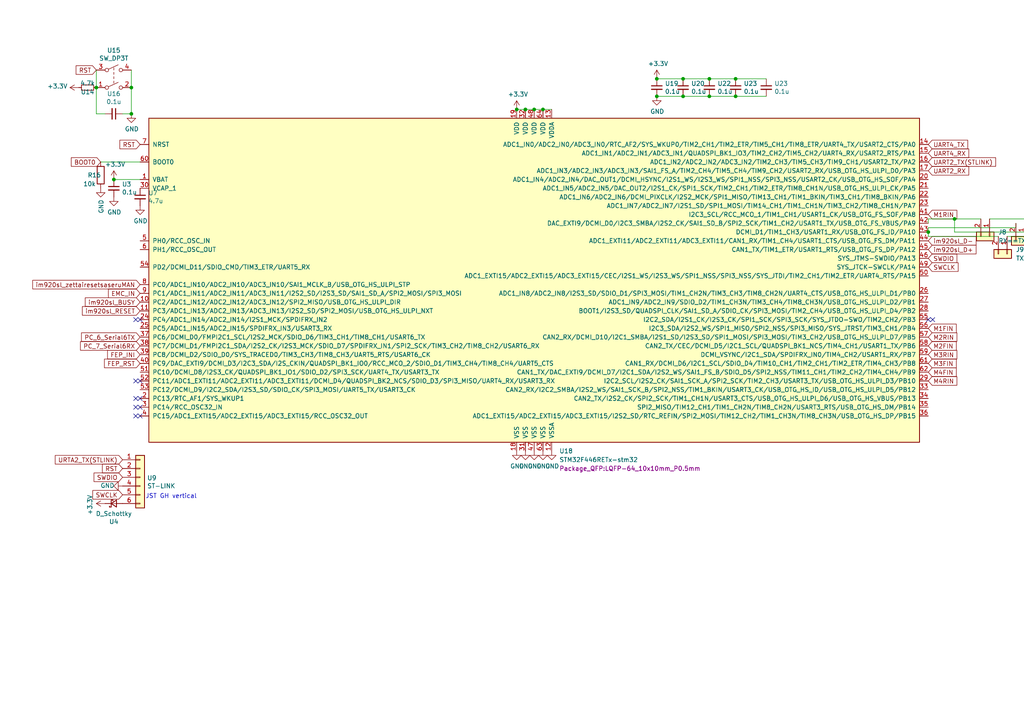
<source format=kicad_sch>
(kicad_sch (version 20230121) (generator eeschema)
  (paper "A4")
  (lib_symbols
    (symbol "Connector_Generic:Conn_01x02" (pin_names (offset 1.016) hide)
      (property "Reference" "J" (at 0 2.54 0))
      (property "Value" "Conn_01x02" (at 0 -5.08 0))
      (symbol "Conn_01x02_1_1"
        (rectangle (start -1.27 -2.413) (end 0 -2.667) (stroke (width 0.1524)))
        (rectangle (start -1.27 0.127) (end 0 -0.127) (stroke (width 0.1524)))
        (rectangle (start -1.27 1.27) (end 1.27 -3.81) (stroke (width 0.254)) (fill (type background)))
        (pin passive line (at -5.08 0 0) (length 3.81) (name "Pin_1") (number "1"))
        (pin passive line (at -5.08 -2.54 0) (length 3.81) (name "Pin_2") (number "2"))
      )
    )
    (symbol "Connector_Generic:Conn_01x06" (pin_names (offset 1.016) hide)
      (property "Reference" "J" (at 0 7.62 0))
      (property "Value" "Conn_01x06" (at 0 -10.16 0))
      (symbol "Conn_01x06_1_1"
        (rectangle (start -1.27 -7.493) (end 0 -7.747) (stroke (width 0.1524)))
        (rectangle (start -1.27 -4.953) (end 0 -5.207) (stroke (width 0.1524)))
        (rectangle (start -1.27 -2.413) (end 0 -2.667) (stroke (width 0.1524)))
        (rectangle (start -1.27 0.127) (end 0 -0.127) (stroke (width 0.1524)))
        (rectangle (start -1.27 2.667) (end 0 2.413) (stroke (width 0.1524)))
        (rectangle (start -1.27 5.207) (end 0 4.953) (stroke (width 0.1524)))
        (rectangle (start -1.27 6.35) (end 1.27 -8.89) (stroke (width 0.254)) (fill (type background)))
        (pin passive line (at -5.08 5.08 0) (length 3.81) (name "Pin_1") (number "1"))
        (pin passive line (at -5.08 2.54 0) (length 3.81) (name "Pin_2") (number "2"))
        (pin passive line (at -5.08 0 0) (length 3.81) (name "Pin_3") (number "3"))
        (pin passive line (at -5.08 -2.54 0) (length 3.81) (name "Pin_4") (number "4"))
        (pin passive line (at -5.08 -5.08 0) (length 3.81) (name "Pin_5") (number "5"))
        (pin passive line (at -5.08 -7.62 0) (length 3.81) (name "Pin_6") (number "6"))
      )
    )
    (symbol "Device:C_Small" (pin_numbers hide) (pin_names (offset 0.254) hide)
      (property "Reference" "C" (at 0.254 1.778 0))
      (property "Value" "C_Small" (at 0.254 -2.032 0))
      (symbol "C_Small_0_1"
        (polyline (pts (xy -1.524 -0.508) (xy 1.524 -0.508)) (stroke (width 0.3302)))
        (polyline (pts (xy -1.524 0.508) (xy 1.524 0.508)) (stroke (width 0.3048)))
      )
      (symbol "C_Small_1_1"
        (pin passive line (at 0 2.54 270) (length 2.032) (name "~") (number "1"))
        (pin passive line (at 0 -2.54 90) (length 2.032) (name "~") (number "2"))
      )
    )
    (symbol "Device:D_Schottky_Small" (pin_numbers hide) (pin_names (offset 0.254) hide)
      (property "Reference" "D" (at -1.27 2.032 0))
      (property "Value" "D_Schottky_Small" (at -7.112 -2.032 0))
      (symbol "D_Schottky_Small_0_1"
        (polyline (pts (xy -0.762 0) (xy 0.762 0)))
        (polyline (pts (xy 0.762 -1.016) (xy -0.762 0) (xy 0.762 1.016) (xy 0.762 -1.016)) (stroke (width 0.254)))
        (polyline (pts (xy -1.27 0.762) (xy -1.27 1.016) (xy -0.762 1.016) (xy -0.762 -1.016) (xy -0.254 -1.016) (xy -0.254 -0.762)) (stroke (width 0.254)))
      )
      (symbol "D_Schottky_Small_1_1"
        (pin passive line (at -2.54 0 0) (length 1.778) (name "K") (number "1"))
        (pin passive line (at 2.54 0 180) (length 1.778) (name "A") (number "2"))
      )
    )
    (symbol "Device:R" (pin_numbers hide) (pin_names (offset 0))
      (property "Reference" "R" (at 2.032 0 90))
      (property "Value" "R" (at 0 0 90))
      (symbol "R_0_1"
        (rectangle (start -1.016 -2.54) (end 1.016 2.54) (stroke (width 0.254)))
      )
      (symbol "R_1_1"
        (pin passive line (at 0 3.81 270) (length 1.27) (name "~") (number "1"))
        (pin passive line (at 0 -3.81 90) (length 1.27) (name "~") (number "2"))
      )
    )
    (symbol "Device:R_Small" (pin_numbers hide) (pin_names (offset 0.254) hide)
      (property "Reference" "R" (at 0.762 0.508 0))
      (property "Value" "R_Small" (at 0.762 -1.016 0))
      (symbol "R_Small_0_1"
        (rectangle (start -0.762 1.778) (end 0.762 -1.778) (stroke (width 0.2032)))
      )
      (symbol "R_Small_1_1"
        (pin passive line (at 0 2.54 270) (length 0.762) (name "~") (number "1"))
        (pin passive line (at 0 -2.54 90) (length 0.762) (name "~") (number "2"))
      )
    )
    (symbol "Switch:SW_DPST" (pin_names (offset 0) hide)
      (property "Reference" "SW" (at 0 5.08 0))
      (property "Value" "SW_DPST" (at 0 -5.08 0))
      (symbol "SW_DPST_0_0"
        (circle (center -2.032 -2.54) (radius 0.508))
        (circle (center -2.032 2.54) (radius 0.508))
        (polyline (pts (xy -1.524 -2.286) (xy 1.27 -1.016)))
        (polyline (pts (xy -1.524 2.794) (xy 1.27 4.064)))
        (polyline (pts (xy 0 -1.27) (xy 0 -0.635)))
        (polyline (pts (xy 0 0) (xy 0 0.635)))
        (polyline (pts (xy 0 1.27) (xy 0 1.905)))
        (polyline (pts (xy 0 2.54) (xy 0 3.175)))
        (circle (center 2.032 -2.54) (radius 0.508))
        (circle (center 2.032 2.54) (radius 0.508))
      )
      (symbol "SW_DPST_1_1"
        (pin passive line (at -5.08 -2.54 0) (length 2.54) (name "1") (number "1"))
        (pin passive line (at 5.08 -2.54 180) (length 2.54) (name "2") (number "2"))
        (pin passive line (at -5.08 2.54 0) (length 2.54) (name "3") (number "3"))
        (pin passive line (at 5.08 2.54 180) (length 2.54) (name "4") (number "4"))
      )
    )
    (symbol "Symbol_nishi:STM32F446RETx-stm32" (pin_names (offset 1.016))
      (property "Reference" "U" (at -111.76 48.895 0))
      (property "Value" "STM32F446RETx-stm32" (at 111.76 48.895 0))
      (property "Footprint" "LQFP64" (at 111.76 47.625 0))
      (symbol "STM32F446RETx-stm32_0_1"
        (rectangle (start -111.76 -45.72) (end 111.76 48.26) (stroke (width 0.254)) (fill (type background)))
      )
      (symbol "STM32F446RETx-stm32_1_1"
        (pin power_in line (at -114.3 30.48 0) (length 2.54) (name "VBAT") (number "1"))
        (pin bidirectional line (at -114.3 -5.08 0) (length 2.54) (name "PC2/ADC1_IN12/ADC2_IN12/ADC3_IN12/SPI2_MISO/USB_OTG_HS_ULPI_DIR") (number "10"))
        (pin bidirectional line (at -114.3 -7.62 0) (length 2.54) (name "PC3/ADC1_IN13/ADC2_IN13/ADC3_IN13/I2S2_SD/SPI2_MOSI/USB_OTG_HS_ULPI_NXT") (number "11"))
        (pin power_in line (at 5.08 -48.26 90) (length 2.54) (name "VSSA") (number "12"))
        (pin power_in line (at 5.08 50.8 270) (length 2.54) (name "VDDA") (number "13"))
        (pin bidirectional line (at 114.3 40.64 180) (length 2.54) (name "ADC1_IN0/ADC2_IN0/ADC3_IN0/RTC_AF2/SYS_WKUP0/TIM2_CH1/TIM2_ETR/TIM5_CH1/TIM8_ETR/UART4_TX/USART2_CTS/PA0") (number "14"))
        (pin bidirectional line (at 114.3 38.1 180) (length 2.54) (name "ADC1_IN1/ADC2_IN1/ADC3_IN1/QUADSPI_BK1_IO3/TIM2_CH2/TIM5_CH2/UART4_RX/USART2_RTS/PA1") (number "15"))
        (pin bidirectional line (at 114.3 35.56 180) (length 2.54) (name "ADC1_IN2/ADC2_IN2/ADC3_IN2/TIM2_CH3/TIM5_CH3/TIM9_CH1/USART2_TX/PA2") (number "16"))
        (pin bidirectional line (at 114.3 33.02 180) (length 2.54) (name "ADC1_IN3/ADC2_IN3/ADC3_IN3/SAI1_FS_A/TIM2_CH4/TIM5_CH4/TIM9_CH2/USART2_RX/USB_OTG_HS_ULPI_D0/PA3") (number "17"))
        (pin power_in line (at -5.08 -48.26 90) (length 2.54) (name "VSS") (number "18"))
        (pin power_in line (at -5.08 50.8 270) (length 2.54) (name "VDD") (number "19"))
        (pin bidirectional line (at -114.3 -33.02 0) (length 2.54) (name "PC13/RTC_AF1/SYS_WKUP1") (number "2"))
        (pin bidirectional line (at 114.3 30.48 180) (length 2.54) (name "ADC1_IN4/ADC2_IN4/DAC_OUT1/DCMI_HSYNC/I2S1_WS/I2S3_WS/SPI1_NSS/SPI3_NSS/USART2_CK/USB_OTG_HS_SOF/PA4") (number "20"))
        (pin bidirectional line (at 114.3 27.94 180) (length 2.54) (name "ADC1_IN5/ADC2_IN5/DAC_OUT2/I2S1_CK/SPI1_SCK/TIM2_CH1/TIM2_ETR/TIM8_CH1N/USB_OTG_HS_ULPI_CK/PA5") (number "21"))
        (pin bidirectional line (at 114.3 25.4 180) (length 2.54) (name "ADC1_IN6/ADC2_IN6/DCMI_PIXCLK/I2S2_MCK/SPI1_MISO/TIM13_CH1/TIM1_BKIN/TIM3_CH1/TIM8_BKIN/PA6") (number "22"))
        (pin bidirectional line (at 114.3 22.86 180) (length 2.54) (name "ADC1_IN7/ADC2_IN7/I2S1_SD/SPI1_MOSI/TIM14_CH1/TIM1_CH1N/TIM3_CH2/TIM8_CH1N/PA7") (number "23"))
        (pin bidirectional line (at -114.3 -10.16 0) (length 2.54) (name "PC4/ADC1_IN14/ADC2_IN14/I2S1_MCK/SPDIFRX_IN2") (number "24"))
        (pin bidirectional line (at -114.3 -12.7 0) (length 2.54) (name "PC5/ADC1_IN15/ADC2_IN15/SPDIFRX_IN3/USART3_RX") (number "25"))
        (pin bidirectional line (at 114.3 -2.54 180) (length 2.54) (name "ADC1_IN8/ADC2_IN8/I2S3_SD/SDIO_D1/SPI3_MOSI/TIM1_CH2N/TIM3_CH3/TIM8_CH2N/UART4_CTS/USB_OTG_HS_ULPI_D1/PB0") (number "26"))
        (pin bidirectional line (at 114.3 -5.08 180) (length 2.54) (name "ADC1_IN9/ADC2_IN9/SDIO_D2/TIM1_CH3N/TIM3_CH4/TIM8_CH3N/USB_OTG_HS_ULPI_D2/PB1") (number "27"))
        (pin bidirectional line (at 114.3 -7.62 180) (length 2.54) (name "BOOT1/I2S3_SD/QUADSPI_CLK/SAI1_SD_A/SDIO_CK/SPI3_MOSI/TIM2_CH4/USB_OTG_HS_ULPI_D4/PB2") (number "28"))
        (pin bidirectional line (at 114.3 -27.94 180) (length 2.54) (name "I2C2_SCL/I2S2_CK/SAI1_SCK_A/SPI2_SCK/TIM2_CH3/USART3_TX/USB_OTG_HS_ULPI_D3/PB10") (number "29"))
        (pin bidirectional line (at -114.3 -35.56 0) (length 2.54) (name "PC14/RCC_OSC32_IN") (number "3"))
        (pin power_in line (at -114.3 27.94 0) (length 2.54) (name "VCAP_1") (number "30"))
        (pin power_in line (at -2.54 -48.26 90) (length 2.54) (name "VSS") (number "31"))
        (pin power_in line (at -2.54 50.8 270) (length 2.54) (name "VDD") (number "32"))
        (pin bidirectional line (at 114.3 -30.48 180) (length 2.54) (name "CAN2_RX/I2C2_SMBA/I2S2_WS/SAI1_SCK_B/SPI2_NSS/TIM1_BKIN/USART3_CK/USB_OTG_HS_ID/USB_OTG_HS_ULPI_D5/PB12") (number "33"))
        (pin bidirectional line (at 114.3 -33.02 180) (length 2.54) (name "CAN2_TX/I2S2_CK/SPI2_SCK/TIM1_CH1N/USART3_CTS/USB_OTG_HS_ULPI_D6/USB_OTG_HS_VBUS/PB13") (number "34"))
        (pin bidirectional line (at 114.3 -35.56 180) (length 2.54) (name "SPI2_MISO/TIM12_CH1/TIM1_CH2N/TIM8_CH2N/USART3_RTS/USB_OTG_HS_DM/PB14") (number "35"))
        (pin bidirectional line (at 114.3 -38.1 180) (length 2.54) (name "ADC1_EXTI15/ADC2_EXTI15/ADC3_EXTI15/I2S2_SD/RTC_REFIN/SPI2_MOSI/TIM12_CH2/TIM1_CH3N/TIM8_CH3N/USB_OTG_HS_DP/PB15") (number "36"))
        (pin bidirectional line (at -114.3 -15.24 0) (length 2.54) (name "PC6/DCMI_D0/FMPI2C1_SCL/I2S2_MCK/SDIO_D6/TIM3_CH1/TIM8_CH1/USART6_TX") (number "37"))
        (pin bidirectional line (at -114.3 -17.78 0) (length 2.54) (name "PC7/DCMI_D1/FMPI2C1_SDA/I2S2_CK/I2S3_MCK/SDIO_D7/SPDIFRX_IN1/SPI2_SCK/TIM3_CH2/TIM8_CH2/USART6_RX") (number "38"))
        (pin bidirectional line (at -114.3 -20.32 0) (length 2.54) (name "PC8/DCMI_D2/SDIO_D0/SYS_TRACED0/TIM3_CH3/TIM8_CH3/UART5_RTS/USART6_CK") (number "39"))
        (pin bidirectional line (at -114.3 -38.1 0) (length 2.54) (name "PC15/ADC1_EXTI15/ADC2_EXTI15/ADC3_EXTI15/RCC_OSC32_OUT") (number "4"))
        (pin bidirectional line (at -114.3 -22.86 0) (length 2.54) (name "PC9/DAC_EXTI9/DCMI_D3/I2C3_SDA/I2S_CKIN/QUADSPI_BK1_IO0/RCC_MCO_2/SDIO_D1/TIM3_CH4/TIM8_CH4/UART5_CTS") (number "40"))
        (pin bidirectional line (at 114.3 20.32 180) (length 2.54) (name "I2C3_SCL/RCC_MCO_1/TIM1_CH1/USART1_CK/USB_OTG_FS_SOF/PA8") (number "41"))
        (pin bidirectional line (at 114.3 17.78 180) (length 2.54) (name "DAC_EXTI9/DCMI_D0/I2C3_SMBA/I2S2_CK/SAI1_SD_B/SPI2_SCK/TIM1_CH2/USART1_TX/USB_OTG_FS_VBUS/PA9") (number "42"))
        (pin bidirectional line (at 114.3 15.24 180) (length 2.54) (name "DCMI_D1/TIM1_CH3/USART1_RX/USB_OTG_FS_ID/PA10") (number "43"))
        (pin bidirectional line (at 114.3 12.7 180) (length 2.54) (name "ADC1_EXTI11/ADC2_EXTI11/ADC3_EXTI11/CAN1_RX/TIM1_CH4/USART1_CTS/USB_OTG_FS_DM/PA11") (number "44"))
        (pin bidirectional line (at 114.3 10.16 180) (length 2.54) (name "CAN1_TX/TIM1_ETR/USART1_RTS/USB_OTG_FS_DP/PA12") (number "45"))
        (pin bidirectional line (at 114.3 7.62 180) (length 2.54) (name "SYS_JTMS-SWDIO/PA13") (number "46"))
        (pin power_in line (at 0 -48.26 90) (length 2.54) (name "VSS") (number "47"))
        (pin power_in line (at 0 50.8 270) (length 2.54) (name "VDD") (number "48"))
        (pin bidirectional line (at 114.3 5.08 180) (length 2.54) (name "SYS_JTCK-SWCLK/PA14") (number "49"))
        (pin input line (at -114.3 12.7 0) (length 2.54) (name "PH0/RCC_OSC_IN") (number "5"))
        (pin bidirectional line (at 114.3 2.54 180) (length 2.54) (name "ADC1_EXTI15/ADC2_EXTI15/ADC3_EXTI15/CEC/I2S1_WS/I2S3_WS/SPI1_NSS/SPI3_NSS/SYS_JTDI/TIM2_CH1/TIM2_ETR/UART4_RTS/PA15") (number "50"))
        (pin bidirectional line (at -114.3 -25.4 0) (length 2.54) (name "PC10/DCMI_D8/I2S3_CK/QUADSPI_BK1_IO1/SDIO_D2/SPI3_SCK/UART4_TX/USART3_TX") (number "51"))
        (pin bidirectional line (at -114.3 -27.94 0) (length 2.54) (name "PC11/ADC1_EXTI11/ADC2_EXTI11/ADC3_EXTI11/DCMI_D4/QUADSPI_BK2_NCS/SDIO_D3/SPI3_MISO/UART4_RX/USART3_RX") (number "52"))
        (pin bidirectional line (at -114.3 -30.48 0) (length 2.54) (name "PC12/DCMI_D9/I2C2_SDA/I2S3_SD/SDIO_CK/SPI3_MOSI/UART5_TX/USART3_CK") (number "53"))
        (pin bidirectional line (at -114.3 5.08 0) (length 2.54) (name "PD2/DCMI_D11/SDIO_CMD/TIM3_ETR/UART5_RX") (number "54"))
        (pin bidirectional line (at 114.3 -10.16 180) (length 2.54) (name "I2C2_SDA/I2S1_CK/I2S3_CK/SPI1_SCK/SPI3_SCK/SYS_JTDO-SWO/TIM2_CH2/PB3") (number "55"))
        (pin bidirectional line (at 114.3 -12.7 180) (length 2.54) (name "I2C3_SDA/I2S2_WS/SPI1_MISO/SPI2_NSS/SPI3_MISO/SYS_JTRST/TIM3_CH1/PB4") (number "56"))
        (pin bidirectional line (at 114.3 -15.24 180) (length 2.54) (name "CAN2_RX/DCMI_D10/I2C1_SMBA/I2S1_SD/I2S3_SD/SPI1_MOSI/SPI3_MOSI/TIM3_CH2/USB_OTG_HS_ULPI_D7/PB5") (number "57"))
        (pin bidirectional line (at 114.3 -17.78 180) (length 2.54) (name "CAN2_TX/CEC/DCMI_D5/I2C1_SCL/QUADSPI_BK1_NCS/TIM4_CH1/USART1_TX/PB6") (number "58"))
        (pin bidirectional line (at 114.3 -20.32 180) (length 2.54) (name "DCMI_VSYNC/I2C1_SDA/SPDIFRX_IN0/TIM4_CH2/USART1_RX/PB7") (number "59"))
        (pin input line (at -114.3 10.16 0) (length 2.54) (name "PH1/RCC_OSC_OUT") (number "6"))
        (pin input line (at -114.3 35.56 0) (length 2.54) (name "BOOT0") (number "60"))
        (pin bidirectional line (at 114.3 -22.86 180) (length 2.54) (name "CAN1_RX/DCMI_D6/I2C1_SCL/SDIO_D4/TIM10_CH1/TIM2_CH1/TIM2_ETR/TIM4_CH3/PB8") (number "61"))
        (pin bidirectional line (at 114.3 -25.4 180) (length 2.54) (name "CAN1_TX/DAC_EXTI9/DCMI_D7/I2C1_SDA/I2S2_WS/SAI1_FS_B/SDIO_D5/SPI2_NSS/TIM11_CH1/TIM2_CH2/TIM4_CH4/PB9") (number "62"))
        (pin power_in line (at 2.54 -48.26 90) (length 2.54) (name "VSS") (number "63"))
        (pin power_in line (at 2.54 50.8 270) (length 2.54) (name "VDD") (number "64"))
        (pin input line (at -114.3 40.64 0) (length 2.54) (name "NRST") (number "7"))
        (pin bidirectional line (at -114.3 0 0) (length 2.54) (name "PC0/ADC1_IN10/ADC2_IN10/ADC3_IN10/SAI1_MCLK_B/USB_OTG_HS_ULPI_STP") (number "8"))
        (pin bidirectional line (at -114.3 -2.54 0) (length 2.54) (name "PC1/ADC1_IN11/ADC2_IN11/ADC3_IN11/I2S2_SD/I2S3_SD/SAI1_SD_A/SPI2_MOSI/SPI3_MOSI") (number "9"))
      )
    )
    (symbol "power:+3.3V" (power) (pin_names (offset 0))
      (property "Value" "+3.3V" (at 0 3.556 0))
      (symbol "+3.3V_0_1"
        (polyline (pts (xy -0.762 1.27) (xy 0 2.54)))
        (polyline (pts (xy 0 0) (xy 0 2.54)))
        (polyline (pts (xy 0 2.54) (xy 0.762 1.27)))
      )
      (symbol "+3.3V_1_1"
        (pin power_in line (at 0 0 90) (length 0) hide (name "+3.3V") (number "1"))
      )
    )
    (symbol "power:GND" (power) (pin_names (offset 0))
      (property "Value" "GND" (at 0 -3.81 0))
      (symbol "GND_0_1"
        (polyline (pts (xy 0 0) (xy 0 -1.27) (xy 1.27 -1.27) (xy 0 -2.54) (xy -1.27 -1.27) (xy 0 -1.27)))
      )
      (symbol "GND_1_1"
        (pin power_in line (at 0 0 270) (length 0) hide (name "GND") (number "1"))
      )
    )
  )
  (junction (at 27.94 25.4))
  (junction (at 157.48 31.75))
  (junction (at 276.86 63.5))
  (junction (at 190.5 22.86))
  (junction (at 198.12 27.94))
  (junction (at 198.12 22.86))
  (junction (at 38.1 25.4))
  (junction (at 190.5 27.94))
  (junction (at 152.4 31.75))
  (junction (at 205.74 22.86))
  (junction (at 33.02 52.07))
  (junction (at 149.86 31.75))
  (junction (at 269.24 67.31))
  (junction (at 205.74 27.94))
  (junction (at 38.1 33.02))
  (junction (at 213.36 22.86))
  (junction (at 154.94 31.75))
  (junction (at 213.36 27.94))
  (no_connect (at 40.64 118.11))
  (no_connect (at 39.37 120.65))
  (no_connect (at 270.51 92.71))
  (no_connect (at 39.37 110.49))
  (no_connect (at 39.37 92.71))
  (no_connect (at 40.64 115.57))
  (no_connect (at 40.64 92.71))
  (no_connect (at 40.64 110.49))
  (no_connect (at 39.37 115.57))
  (no_connect (at 40.64 120.65))
  (no_connect (at 269.24 92.71))
  (no_connect (at 39.37 118.11))
  (wire (pts (xy 284.48 63.5) (xy 276.86 63.5)))
  (wire (pts (xy 27.94 33.02) (xy 30.48 33.02)))
  (wire (pts (xy 38.1 33.02) (xy 35.56 33.02)))
  (wire (pts (xy 213.36 22.86) (xy 205.74 22.86)))
  (wire (pts (xy 269.24 63.5) (xy 276.86 63.5)))
  (wire (pts (xy 213.36 27.94) (xy 205.74 27.94)))
  (wire (pts (xy 213.36 27.94) (xy 222.25 27.94)))
  (wire (pts (xy 149.86 31.75) (xy 152.4 31.75)))
  (wire (pts (xy 38.1 25.4) (xy 38.1 33.02)))
  (wire (pts (xy 190.5 27.94) (xy 198.12 27.94)))
  (wire (pts (xy 302.26 64.77) (xy 302.26 63.5)))
  (wire (pts (xy 269.24 63.5) (xy 269.24 64.77)))
  (wire (pts (xy 198.12 22.86) (xy 205.74 22.86)))
  (wire (pts (xy 198.12 27.94) (xy 205.74 27.94)))
  (wire (pts (xy 276.86 67.31) (xy 299.72 67.31)))
  (wire (pts (xy 27.94 25.4) (xy 27.94 33.02)))
  (wire (pts (xy 269.24 68.58) (xy 269.24 67.31)))
  (wire (pts (xy 27.94 20.32) (xy 27.94 25.4)))
  (wire (pts (xy 269.24 68.58) (xy 289.56 68.58)))
  (wire (pts (xy 152.4 31.75) (xy 154.94 31.75)))
  (wire (pts (xy 292.1 68.58) (xy 302.26 68.58)))
  (wire (pts (xy 157.48 31.75) (xy 160.02 31.75)))
  (wire (pts (xy 294.64 66.04) (xy 269.24 66.04)))
  (wire (pts (xy 302.26 63.5) (xy 287.02 63.5)))
  (wire (pts (xy 40.64 52.07) (xy 33.02 52.07)))
  (wire (pts (xy 38.1 20.32) (xy 38.1 25.4)))
  (wire (pts (xy 276.86 63.5) (xy 276.86 67.31)))
  (wire (pts (xy 297.18 64.77) (xy 302.26 64.77)))
  (wire (pts (xy 213.36 22.86) (xy 222.25 22.86)))
  (wire (pts (xy 302.26 68.58) (xy 302.26 67.31)))
  (wire (pts (xy 269.24 66.04) (xy 269.24 67.31)))
  (wire (pts (xy 190.5 22.86) (xy 198.12 22.86)))
  (wire (pts (xy 154.94 31.75) (xy 157.48 31.75)))
  (wire (pts (xy 294.64 66.04) (xy 294.64 64.77)))
  (wire (pts (xy 29.21 46.99) (xy 40.64 46.99)))
  (text "JST GH vertical" (at 57.15 144.78 0) (effects (font (size 1.27 1.27)) (justify right bottom)))
  (global_label "M4FIN" (shape input) (at 269.24 107.95 0) (property "Intersheetrefs" "${INTERSHEET_REFS}" (effects hide)))
  (global_label "im920sl_BUSY" (shape input) (at 40.64 87.63 180) (property "Intersheetrefs" "${INTERSHEET_REFS}" (effects hide)))
  (global_label "RST" (shape input) (at 40.64 41.91 180) (property "Intersheetrefs" "${INTERSHEET_REFS}" (effects hide)))
  (global_label "UART2_RX" (shape input) (at 269.24 49.53 0) (property "Intersheetrefs" "${INTERSHEET_REFS}" (effects hide)))
  (global_label "UART2_TX(STLINK)" (shape input) (at 269.24 46.99 0) (property "Intersheetrefs" "${INTERSHEET_REFS}" (effects hide)))
  (global_label "UART4_TX" (shape input) (at 269.24 41.91 0) (property "Intersheetrefs" "${INTERSHEET_REFS}" (effects hide)))
  (global_label "M3RIN" (shape input) (at 269.24 102.87 0) (property "Intersheetrefs" "${INTERSHEET_REFS}" (effects hide)))
  (global_label "PC_6_Serial6TX" (shape input) (at 40.64 97.79 180) (property "Intersheetrefs" "${INTERSHEET_REFS}" (effects hide)) (property "シート間のリファレンス" "${INTERSHEET_REFS}" (effects hide)))
  (global_label "SWDIO" (shape input) (at 269.24 74.93 0) (property "Intersheetrefs" "${INTERSHEET_REFS}" (effects hide)))
  (global_label "M4RIN" (shape input) (at 269.24 110.49 0) (property "Intersheetrefs" "${INTERSHEET_REFS}" (effects hide)))
  (global_label "im920sl_D+" (shape input) (at 269.24 72.39 0) (property "Intersheetrefs" "${INTERSHEET_REFS}" (effects hide)))
  (global_label "RST" (shape input) (at 27.94 20.32 180) (property "Intersheetrefs" "${INTERSHEET_REFS}" (effects hide)))
  (global_label "M1RIN" (shape input) (at 269.24 62.23 0) (property "Intersheetrefs" "${INTERSHEET_REFS}" (effects hide)))
  (global_label "im920sl_RxD" (shape input) (at 302.26 64.77 0) (property "Intersheetrefs" "${INTERSHEET_REFS}" (effects hide)))
  (global_label "URTA2_TX(STLINK)" (shape input) (at 35.56 133.35 180) (property "Intersheetrefs" "${INTERSHEET_REFS}" (effects hide)))
  (global_label "FEP_RST" (shape input) (at 40.64 105.41 180) (property "Intersheetrefs" "${INTERSHEET_REFS}" (effects hide)))
  (global_label "SWCLK" (shape input) (at 269.24 77.47 0) (property "Intersheetrefs" "${INTERSHEET_REFS}" (effects hide)))
  (global_label "M1FIN" (shape input) (at 269.24 95.25 0) (property "Intersheetrefs" "${INTERSHEET_REFS}" (effects hide)))
  (global_label "M2RIN" (shape input) (at 269.24 97.79 0) (property "Intersheetrefs" "${INTERSHEET_REFS}" (effects hide)))
  (global_label "M3FIN" (shape input) (at 269.24 105.41 0) (property "Intersheetrefs" "${INTERSHEET_REFS}" (effects hide)))
  (global_label "im920sl_RESET" (shape input) (at 40.64 90.17 180) (property "Intersheetrefs" "${INTERSHEET_REFS}" (effects hide)))
  (global_label "UART4_RX" (shape input) (at 269.24 44.45 0) (property "Intersheetrefs" "${INTERSHEET_REFS}" (effects hide)))
  (global_label "SWDIO" (shape input) (at 35.56 138.43 180) (property "Intersheetrefs" "${INTERSHEET_REFS}" (effects hide)))
  (global_label "im920sl_D-" (shape input) (at 269.24 69.85 0) (property "Intersheetrefs" "${INTERSHEET_REFS}" (effects hide)))
  (global_label "FEP_INI" (shape input) (at 40.64 102.87 180) (property "Intersheetrefs" "${INTERSHEET_REFS}" (effects hide)))
  (global_label "im920sl_zettairesetsaseruMAN" (shape input) (at 40.64 82.55 180) (property "Intersheetrefs" "${INTERSHEET_REFS}" (effects hide)))
  (global_label "BOOT0" (shape input) (at 29.21 46.99 180) (property "Intersheetrefs" "${INTERSHEET_REFS}" (effects hide)))
  (global_label "PC_7_Serial6RX" (shape input) (at 40.64 100.33 180) (property "Intersheetrefs" "${INTERSHEET_REFS}" (effects hide)) (property "シート間のリファレンス" "${INTERSHEET_REFS}" (effects hide)))
  (global_label "RST" (shape input) (at 35.56 135.89 180) (property "Intersheetrefs" "${INTERSHEET_REFS}" (effects hide)))
  (global_label "SWCLK" (shape input) (at 35.56 143.51 180) (property "Intersheetrefs" "${INTERSHEET_REFS}" (effects hide)))
  (global_label "EMC_IN" (shape input) (at 40.64 85.09 180) (property "Intersheetrefs" "${INTERSHEET_REFS}" (effects hide)))
  (global_label "M2FIN" (shape input) (at 269.24 100.33 0) (property "Intersheetrefs" "${INTERSHEET_REFS}" (effects hide)))
  (global_label "im920sl_TxD" (shape input) (at 302.26 67.31 0) (property "Intersheetrefs" "${INTERSHEET_REFS}" (effects hide)))
  (symbol (lib_id "Switch:SW_DPST") (at 33.02 22.86 0) (unit 1)
    (property "Reference" "U15" (at 33.02 14.605 0))
    (property "Value" "SW_DP3T" (at 33.02 16.9164 0))
    (property "Footprint" "Footprint_nishi:tact_sw_smd_skrpabe10" (effects hide))
    (instances (project "YAMADAmain_ver2.0" (path "" (reference "U15") (unit 1)) (path "" (reference "U12") (unit 1))) (project "M3rd_main_board" (path "" (reference "U5") (unit 1)) (path "" (reference "U18") (unit 1))))
  )
  (symbol (lib_id "power:GND") (at 152.4 130.81 0) (unit 1)
    (property "Reference" "#PWR029" (effects hide))
    (property "Value" "GND" (at 152.527 135.2042 0))
    (instances (project "YAMADAmain_ver2.0" (path "" (reference "#PWR029") (unit 1)) (path "" (reference "#PWR035") (unit 1))) (project "M3rd_main_board" (path "" (reference "#PWR017") (unit 1)) (path "" (reference "#PWR053") (unit 1))))
  )
  (symbol (lib_id "power:+3.3V") (at 22.86 25.4 90) (unit 1)
    (property "Reference" "#PWR015" (effects hide))
    (property "Value" "+3.3V" (at 19.6088 25.019 90) (effects (justify left)))
    (instances (project "YAMADAmain_ver2.0" (path "" (reference "#PWR015") (unit 1)) (path "" (reference "#PWR026") (unit 1))) (project "M3rd_main_board" (path "" (reference "#PWR01") (unit 1)) (path "" (reference "#PWR047") (unit 1))))
  )
  (symbol (lib_id "power:+3.3V") (at 190.5 22.86 0) (unit 1)
    (property "Reference" "#PWR034" (effects hide))
    (property "Value" "+3.3V" (at 190.881 18.4658 0))
    (instances (project "YAMADAmain_ver2.0" (path "" (reference "#PWR034") (unit 1)) (path "" (reference "#PWR039") (unit 1))) (project "M3rd_main_board" (path "" (reference "#PWR025") (unit 1)) (path "" (reference "#PWR058") (unit 1))))
  )
  (symbol (lib_id "Device:C_Small") (at 213.36 25.4 0) (unit 1)
    (property "Reference" "U23" (at 215.6968 24.2316 0) (effects (justify left)))
    (property "Value" "0.1u" (at 215.6968 26.543 0) (effects (justify left)))
    (property "Footprint" "Footprint_nishi:C_0805_2012" (effects hide))
    (instances (project "YAMADAmain_ver2.0" (path "" (reference "U23") (unit 1)) (path "" (reference "U22") (unit 1))) (project "M3rd_main_board" (path "" (reference "U16") (unit 1)) (path "" (reference "U27") (unit 1))))
  )
  (symbol (lib_id "power:GND") (at 154.94 130.81 0) (unit 1)
    (property "Reference" "#PWR030" (effects hide))
    (property "Value" "GND" (at 155.067 135.2042 0))
    (instances (project "YAMADAmain_ver2.0" (path "" (reference "#PWR030") (unit 1)) (path "" (reference "#PWR036") (unit 1))) (project "M3rd_main_board" (path "" (reference "#PWR018") (unit 1)) (path "" (reference "#PWR054") (unit 1))))
  )
  (symbol (lib_id "Connector_Generic:Conn_01x02") (at 287.02 68.58 270) (unit 1)
    (property "Reference" "J8" (at 289.56 67.31 90) (effects (justify left)))
    (property "Value" "RX==TX" (at 289.56 69.85 90) (effects (justify left)))
    (property "Footprint" "Jumper:SolderJumper-2_P1.3mm_Bridged_Pad1.0x1.5mm" (effects hide))
  )
  (symbol (lib_id "Connector_Generic:Conn_01x02") (at 297.18 69.85 270) (unit 1)
    (property "Reference" "J10" (at 299.72 68.58 90) (effects (justify left)))
    (property "Value" "RX==RX" (at 299.72 71.12 90) (effects (justify left)))
    (property "Footprint" "Jumper:SolderJumper-2_P1.3mm_Open_TrianglePad1.0x1.5mm" (effects hide))
  )
  (symbol (lib_id "power:GND") (at 190.5 27.94 0) (unit 1)
    (property "Reference" "#PWR036" (effects hide))
    (property "Value" "GND" (at 190.627 32.3342 0))
    (instances (project "YAMADAmain_ver2.0" (path "" (reference "#PWR036") (unit 1)) (path "" (reference "#PWR040") (unit 1))) (project "M3rd_main_board" (path "" (reference "#PWR026") (unit 1)) (path "" (reference "#PWR059") (unit 1))))
  )
  (symbol (lib_id "Connector_Generic:Conn_01x02") (at 292.1 73.66 270) (unit 1)
    (property "Reference" "J9" (at 294.64 72.39 90) (effects (justify left)))
    (property "Value" "TX==RX" (at 294.64 74.93 90) (effects (justify left)))
    (property "Footprint" "Jumper:SolderJumper-2_P1.3mm_Bridged_Pad1.0x1.5mm" (effects hide))
  )
  (symbol (lib_id "power:GND") (at 38.1 33.02 0) (unit 1)
    (property "Reference" "#PWR018" (effects hide))
    (property "Value" "GND" (at 38.227 37.4142 0))
    (instances (project "YAMADAmain_ver2.0" (path "" (reference "#PWR018") (unit 1)) (path "" (reference "#PWR031") (unit 1))) (project "M3rd_main_board" (path "" (reference "#PWR02") (unit 1)) (path "" (reference "#PWR048") (unit 1))))
  )
  (symbol (lib_id "power:+3.3V") (at 149.86 31.75 0) (unit 1)
    (property "Reference" "#PWR025" (effects hide))
    (property "Value" "+3.3V" (at 150.241 27.3558 0))
    (instances (project "YAMADAmain_ver2.0" (path "" (reference "#PWR025") (unit 1)) (path "" (reference "#PWR033") (unit 1))) (project "M3rd_main_board" (path "" (reference "#PWR014") (unit 1)) (path "" (reference "#PWR050") (unit 1))))
  )
  (symbol (lib_id "power:GND") (at 157.48 130.81 0) (unit 1)
    (property "Reference" "#PWR031" (effects hide))
    (property "Value" "GND" (at 157.607 135.2042 0))
    (instances (project "YAMADAmain_ver2.0" (path "" (reference "#PWR031") (unit 1)) (path "" (reference "#PWR037") (unit 1))) (project "M3rd_main_board" (path "" (reference "#PWR019") (unit 1)) (path "" (reference "#PWR055") (unit 1))))
  )
  (symbol (lib_id "Device:C_Small") (at 33.02 33.02 270) (unit 1)
    (property "Reference" "U16" (at 33.02 27.2034 90))
    (property "Value" "0.1u" (at 33.02 29.5148 90))
    (property "Footprint" "Footprint_nishi:C_0805_2012" (effects hide))
    (instances (project "YAMADAmain_ver2.0" (path "" (reference "U16") (unit 1)) (path "" (reference "U13") (unit 1))) (project "M3rd_main_board" (path "" (reference "U6") (unit 1)) (path "" (reference "U19") (unit 1))))
  )
  (symbol (lib_id "Device:C_Small") (at 40.64 57.15 0) (unit 1)
    (property "Reference" "U7" (at 42.9768 55.9816 0) (effects (justify left)))
    (property "Value" "4.7u" (at 42.9768 58.293 0) (effects (justify left)))
    (property "Footprint" "Footprint_nishi:C_0805_2012" (effects hide))
    (instances (project "YAMADAmain_ver2.0" (path "" (reference "U7") (unit 1)) (path "" (reference "U16") (unit 1))) (project "M3rd_main_board" (path "" (reference "U9") (unit 1)) (path "" (reference "U10") (unit 1))))
  )
  (symbol (lib_id "Device:D_Schottky_Small") (at 33.02 146.05 0) (mirror x) (unit 1)
    (property "Reference" "U4" (at 33.02 151.3078 0))
    (property "Value" "D_Schottky" (at 33.02 148.9964 0))
    (property "Footprint" "Footprint_nishi:smd_diode_SOD-323_HandSoldering_cus10f30" (effects hide))
    (instances (project "YAMADAmain_ver2.0" (path "" (reference "U4") (unit 1)) (path "" (reference "U15") (unit 1))) (project "M3rd_main_board" (path "" (reference "U2") (unit 1)) (path "" (reference "U8") (unit 1))))
  )
  (symbol (lib_id "power:+3.3V") (at 30.48 146.05 90) (mirror x) (unit 1)
    (property "Reference" "#PWR034" (effects hide))
    (property "Value" "+3.3V" (at 26.0858 146.431 0))
    (instances (project "YAMADAmain_ver2.0" (path "" (reference "#PWR034") (unit 1)) (path "" (reference "#PWR028") (unit 1))) (project "M3rd_main_board" (path "" (reference "#PWR025") (unit 1)) (path "" (reference "#PWR058") (unit 1))))
  )
  (symbol (lib_id "Symbol_nishi:STM32F446RETx-stm32") (at 154.94 82.55 0) (unit 1)
    (property "Reference" "U18" (at 162.2141 130.81 0) (effects (justify left)))
    (property "Value" "STM32F446RETx-stm32" (at 162.2141 133.35 0) (effects (justify left)))
    (property "Footprint" "Package_QFP:LQFP-64_10x10mm_P0.5mm" (at 162.2141 135.89 0) (effects (justify left)))
    (instances (project "YAMADAmain_ver2.0" (path "" (reference "U18") (unit 1)) (path "" (reference "U18") (unit 1))) (project "M3rd_main_board" (path "" (reference "U11") (unit 1)) (path "" (reference "U21") (unit 1))))
  )
  (symbol (lib_id "Connector_Generic:Conn_01x02") (at 302.26 72.39 270) (unit 1)
    (property "Reference" "J11" (at 304.8 71.12 90) (effects (justify left)))
    (property "Value" "TX==TX" (at 304.8 73.66 90) (effects (justify left)))
    (property "Footprint" "Jumper:SolderJumper-2_P1.3mm_Open_TrianglePad1.0x1.5mm" (effects hide))
  )
  (symbol (lib_id "Connector_Generic:Conn_01x06") (at 40.64 138.43 0) (unit 1)
    (property "Reference" "U9" (at 42.672 138.6332 0) (effects (justify left)))
    (property "Value" "ST-LINK" (at 42.672 140.9446 0) (effects (justify left)))
    (property "Footprint" "Connector_JST:JST_GH_BM06B-GHS-TBT_1x06-1MP_P1.25mm_Vertical" (effects hide))
    (instances (project "YAMADAmain_ver2.0" (path "" (reference "U9") (unit 1)) (path "" (reference "U17") (unit 1))) (project "M3rd_main_board" (path "" (reference "U3") (unit 1)) (path "" (reference "U12") (unit 1))))
  )
  (symbol (lib_id "Device:R_Small") (at 25.4 25.4 90) (unit 1)
    (property "Reference" "U14" (at 25.4 26.67 90))
    (property "Value" "4.7k" (at 25.4 24.13 90))
    (property "Footprint" "Footprint_nishi:R_0603_1608" (effects hide))
    (instances (project "YAMADAmain_ver2.0" (path "" (reference "U14") (unit 1)) (path "" (reference "U11") (unit 1))) (project "M3rd_main_board" (path "" (reference "U4") (unit 1)) (path "" (reference "U17") (unit 1))))
  )
  (symbol (lib_id "power:GND") (at 29.21 54.61 0) (unit 1)
    (property "Reference" "#PWR010" (effects hide))
    (property "Value" "GND" (at 29.337 57.8612 90) (effects (justify right)))
    (instances (project "YAMADAmain_ver2.0" (path "" (reference "#PWR010") (unit 1)) (path "" (reference "#PWR027") (unit 1))) (project "M3rd_main_board" (path "" (reference "#PWR07") (unit 1)) (path "" (reference "#PWR042") (unit 1))))
  )
  (symbol (lib_id "Device:C_Small") (at 190.5 25.4 0) (unit 1)
    (property "Reference" "U19" (at 192.8368 24.2316 0) (effects (justify left)))
    (property "Value" "0.1u" (at 192.8368 26.543 0) (effects (justify left)))
    (property "Footprint" "Footprint_nishi:C_0805_2012" (effects hide))
    (instances (project "YAMADAmain_ver2.0" (path "" (reference "U19") (unit 1)) (path "" (reference "U19") (unit 1))) (project "M3rd_main_board" (path "" (reference "U12") (unit 1)) (path "" (reference "U23") (unit 1))))
  )
  (symbol (lib_id "Device:C_Small") (at 33.02 54.61 0) (unit 1)
    (property "Reference" "U3" (at 35.3568 53.4416 0) (effects (justify left)))
    (property "Value" "0.1u" (at 35.3568 55.753 0) (effects (justify left)))
    (property "Footprint" "Footprint_nishi:C_0805_2012" (effects hide))
    (instances (project "YAMADAmain_ver2.0" (path "" (reference "U3") (unit 1)) (path "" (reference "U14") (unit 1))) (project "M3rd_main_board" (path "" (reference "U7") (unit 1)) (path "" (reference "U7") (unit 1))))
  )
  (symbol (lib_id "Device:R") (at 29.21 50.8 0) (unit 1)
    (property "Reference" "R16" (at 25.4 50.8 0) (effects (justify left)))
    (property "Value" "10k" (at 24.13 53.34 0) (effects (justify left)))
    (property "Footprint" "Footprint_nishi:R_0603_1608" (effects hide))
  )
  (symbol (lib_id "power:GND") (at 33.02 57.15 0) (unit 1)
    (property "Reference" "#PWR09" (effects hide))
    (property "Value" "GND" (at 33.147 61.5442 0))
    (instances (project "YAMADAmain_ver2.0" (path "" (reference "#PWR09") (unit 1)) (path "" (reference "#PWR030") (unit 1))) (project "M3rd_main_board" (path "" (reference "#PWR06") (unit 1)) (path "" (reference "#PWR041") (unit 1))))
  )
  (symbol (lib_id "power:GND") (at 40.64 59.69 0) (unit 1)
    (property "Reference" "#PWR011" (effects hide))
    (property "Value" "GND" (at 40.767 64.0842 0))
    (instances (project "YAMADAmain_ver2.0" (path "" (reference "#PWR011") (unit 1)) (path "" (reference "#PWR032") (unit 1))) (project "M3rd_main_board" (path "" (reference "#PWR08") (unit 1)) (path "" (reference "#PWR043") (unit 1))))
  )
  (symbol (lib_id "Device:C_Small") (at 222.25 25.4 0) (unit 1)
    (property "Reference" "U23" (at 224.5868 24.2316 0) (effects (justify left)))
    (property "Value" "0.1u" (at 224.5868 26.543 0) (effects (justify left)))
    (property "Footprint" "Footprint_nishi:C_0805_2012" (effects hide))
    (instances (project "YAMADAmain_ver2.0" (path "" (reference "U23") (unit 1)) (path "" (reference "U23") (unit 1))) (project "M3rd_main_board" (path "" (reference "U16") (unit 1)) (path "" (reference "U27") (unit 1))))
  )
  (symbol (lib_id "power:GND") (at 35.56 140.97 270) (mirror x) (unit 1)
    (property "Reference" "#U07" (effects hide))
    (property "Value" "GND" (at 31.1658 140.843 90))
    (instances (project "YAMADAmain_ver2.0" (path "" (reference "#U07") (unit 1)) (path "" (reference "#U08") (unit 1))) (project "M3rd_main_board" (path "" (reference "#U05") (unit 1)) (path "" (reference "#U07") (unit 1))))
  )
  (symbol (lib_id "Device:C_Small") (at 198.12 25.4 0) (unit 1)
    (property "Reference" "U20" (at 200.4568 24.2316 0) (effects (justify left)))
    (property "Value" "0.1u" (at 200.4568 26.543 0) (effects (justify left)))
    (property "Footprint" "Footprint_nishi:C_0805_2012" (effects hide))
    (instances (project "YAMADAmain_ver2.0" (path "" (reference "U20") (unit 1)) (path "" (reference "U20") (unit 1))) (project "M3rd_main_board" (path "" (reference "U13") (unit 1)) (path "" (reference "U24") (unit 1))))
  )
  (symbol (lib_id "power:GND") (at 160.02 130.81 0) (unit 1)
    (property "Reference" "#PWR032" (effects hide))
    (property "Value" "GND" (at 160.147 135.2042 0))
    (instances (project "YAMADAmain_ver2.0" (path "" (reference "#PWR032") (unit 1)) (path "" (reference "#PWR038") (unit 1))) (project "M3rd_main_board" (path "" (reference "#PWR021") (unit 1)) (path "" (reference "#PWR056") (unit 1))))
  )
  (symbol (lib_id "Device:C_Small") (at 205.74 25.4 0) (unit 1)
    (property "Reference" "U22" (at 208.0768 24.2316 0) (effects (justify left)))
    (property "Value" "0.1u" (at 208.0768 26.543 0) (effects (justify left)))
    (property "Footprint" "Footprint_nishi:C_0805_2012" (effects hide))
    (instances (project "YAMADAmain_ver2.0" (path "" (reference "U22") (unit 1)) (path "" (reference "U21") (unit 1))) (project "M3rd_main_board" (path "" (reference "U15") (unit 1)) (path "" (reference "U26") (unit 1))))
  )
  (symbol (lib_id "power:+3.3V") (at 33.02 52.07 0) (unit 1)
    (property "Reference" "#PWR08" (effects hide))
    (property "Value" "+3.3V" (at 33.401 47.6758 0))
    (instances (project "YAMADAmain_ver2.0" (path "" (reference "#PWR08") (unit 1)) (path "" (reference "#PWR029") (unit 1))) (project "M3rd_main_board" (path "" (reference "#PWR05") (unit 1)) (path "" (reference "#PWR040") (unit 1))))
  )
  (symbol (lib_id "power:GND") (at 149.86 130.81 0) (unit 1)
    (property "Reference" "#PWR028" (effects hide))
    (property "Value" "GND" (at 149.987 135.2042 0))
    (instances (project "YAMADAmain_ver2.0" (path "" (reference "#PWR028") (unit 1)) (path "" (reference "#PWR034") (unit 1))) (project "M3rd_main_board" (path "" (reference "#PWR015") (unit 1)) (path "" (reference "#PWR051") (unit 1))))
  )
)
</source>
